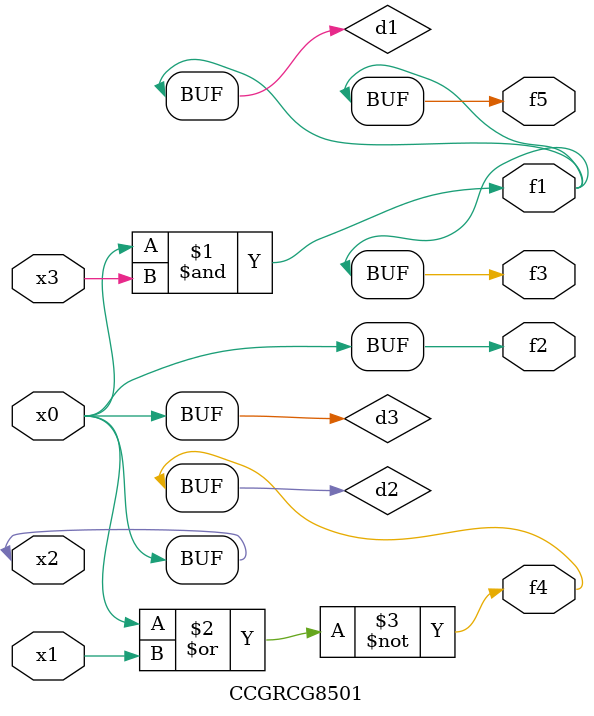
<source format=v>
module CCGRCG8501(
	input x0, x1, x2, x3,
	output f1, f2, f3, f4, f5
);

	wire d1, d2, d3;

	and (d1, x2, x3);
	nor (d2, x0, x1);
	buf (d3, x0, x2);
	assign f1 = d1;
	assign f2 = d3;
	assign f3 = d1;
	assign f4 = d2;
	assign f5 = d1;
endmodule

</source>
